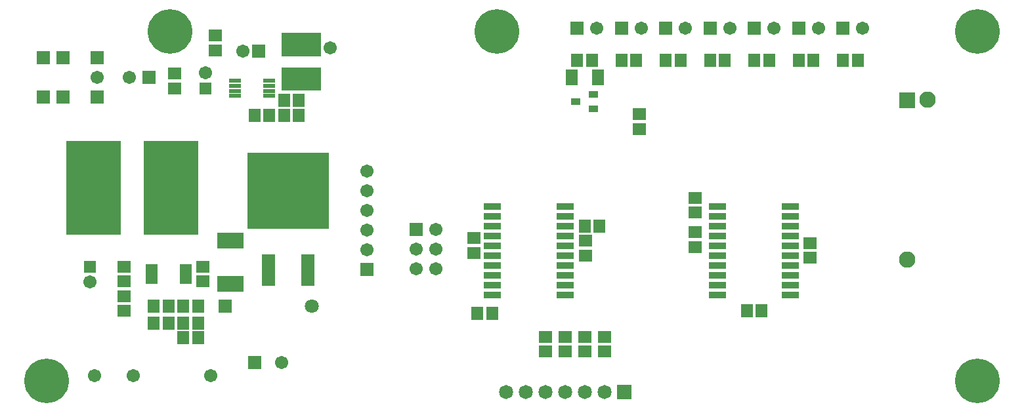
<source format=gbr>
G04 DipTrace 2.4.0.2*
%INTopMask.gbr*%
%MOIN*%
%ADD57R,0.0631X0.0198*%
%ADD59R,0.0631X0.0238*%
%ADD61R,0.0868X0.0317*%
%ADD63R,0.134X0.0789*%
%ADD65R,0.4175X0.3899*%
%ADD67R,0.0671X0.1635*%
%ADD69R,0.0494X0.0336*%
%ADD71C,0.0828*%
%ADD73C,0.0671*%
%ADD75C,0.2268*%
%ADD77C,0.0868*%
%ADD79R,0.0868X0.0474*%
%ADD81C,0.0718*%
%ADD83R,0.0718X0.0718*%
%ADD85C,0.071*%
%ADD87R,0.071X0.071*%
%ADD89R,0.0631X0.0789*%
%ADD91R,0.0612X0.0612*%
%ADD93C,0.0671*%
%ADD95R,0.0671X0.0671*%
%ADD97R,0.0592X0.0671*%
%ADD99R,0.0671X0.0592*%
%ADD101C,0.0828*%
%ADD103R,0.0828X0.0828*%
%FSLAX44Y44*%
G04*
G70*
G90*
G75*
G01*
%LNTopMask*%
%LPD*%
D103*
X67071Y19503D3*
D101*
Y11432D3*
D99*
X50753Y11628D3*
Y12376D3*
X45065Y12503D3*
Y11755D3*
D97*
X58940Y8815D3*
X59688D3*
D99*
X62128Y12253D3*
Y11505D3*
D95*
X34130Y22003D3*
D93*
X33343D3*
D99*
X31943Y22816D3*
Y22068D3*
D91*
X31443Y20128D3*
D93*
Y20916D3*
D99*
X29880Y20128D3*
Y20876D3*
D91*
X25565Y11065D3*
D93*
Y10278D3*
D99*
X31315Y11063D3*
Y10315D3*
D95*
X33940Y6190D3*
D93*
X35318D3*
X25815Y5503D3*
X31721D3*
D97*
X31065Y8190D3*
X30317D3*
D89*
X51378Y20690D3*
X50039D3*
D87*
X32440Y9065D3*
D85*
X36850D3*
D95*
X39630Y10909D3*
D93*
Y11909D3*
Y12909D3*
Y13909D3*
Y14909D3*
Y15909D3*
D95*
X42130Y12940D3*
D93*
X43130D3*
X42130Y11940D3*
X43130D3*
X42130Y10940D3*
X43130D3*
D95*
X23190Y21690D3*
X24190D3*
X25940Y19690D3*
D93*
Y20690D3*
D95*
Y21690D3*
X24190Y19690D3*
X23190D3*
X28567Y20691D3*
D93*
X27567D3*
D95*
X54815Y23190D3*
D93*
X55815D3*
D95*
X57065D3*
D93*
X58065D3*
D95*
X59315D3*
D93*
X60315D3*
D95*
X61565D3*
D93*
X62565D3*
D95*
X63815D3*
D93*
X64815D3*
D95*
X50315D3*
D93*
X51315D3*
D95*
X52565D3*
D93*
X53565D3*
D83*
X52690Y4690D3*
D81*
X51690D3*
X50690D3*
X49690D3*
X48690D3*
X47690D3*
X46690D3*
D79*
X36318Y20253D3*
Y22222D3*
D77*
X29190Y15065D3*
X26237D3*
D75*
X29628Y23003D3*
X46253D3*
X70628D3*
X23378Y5253D3*
X70628D3*
D73*
X27782Y5502D3*
X36318Y20816D3*
X37756Y22191D3*
D77*
X26003Y16065D3*
X29442Y14065D3*
D71*
X68090Y19540D3*
D69*
X51146Y19082D3*
Y19830D3*
X50241Y19456D3*
D67*
X34630Y10877D3*
X36631D3*
D65*
X35630Y14932D3*
D97*
X46002Y8689D3*
X45254D3*
X57065Y21565D3*
X57813D3*
X59315D3*
X60063D3*
X61565D3*
X62313D3*
X63815D3*
X64563D3*
X54815D3*
X55563D3*
D99*
X56315Y13815D3*
Y14563D3*
D97*
X51439Y13127D3*
X50691D3*
D99*
X56315Y12815D3*
Y12067D3*
D97*
X50315Y21565D3*
X51063D3*
D99*
X53478Y18065D3*
Y18813D3*
D97*
X36188Y18753D3*
X35440D3*
Y19503D3*
X36188D3*
X34688Y18753D3*
X33940D3*
D99*
X27315Y11065D3*
Y10317D3*
D97*
X31065Y9065D3*
X30317D3*
D99*
X27315Y9565D3*
Y8817D3*
D97*
X29565Y9065D3*
X28817D3*
X29565Y8190D3*
X28817D3*
D63*
X32693Y12377D3*
Y10173D3*
D97*
X31065Y7440D3*
X30317D3*
X53315Y21565D3*
X52567D3*
D99*
X51690Y6753D3*
Y7501D3*
X50690Y6753D3*
Y7501D3*
X49690Y6753D3*
Y7501D3*
X48690Y6753D3*
Y7501D3*
D61*
X46003Y14126D3*
Y13626D3*
Y13126D3*
Y12626D3*
Y12126D3*
Y11626D3*
Y11126D3*
Y10626D3*
Y10126D3*
Y9626D3*
X49703D3*
Y10126D3*
Y10626D3*
Y11126D3*
Y11626D3*
Y12126D3*
Y12626D3*
Y13126D3*
Y13626D3*
Y14126D3*
X57440Y14128D3*
Y13628D3*
Y13128D3*
Y12628D3*
Y12128D3*
Y11628D3*
Y11128D3*
Y10628D3*
Y10128D3*
Y9628D3*
X61141D3*
Y10128D3*
Y10628D3*
Y11128D3*
Y11628D3*
Y12128D3*
Y12628D3*
Y13128D3*
Y13628D3*
Y14128D3*
D59*
X32944Y20507D3*
Y20251D3*
Y19995D3*
Y19739D3*
X34676D3*
Y19995D3*
Y20251D3*
Y20507D3*
D57*
X28694Y11069D3*
Y10872D3*
Y10675D3*
Y10478D3*
Y10281D3*
X30426D3*
Y10478D3*
Y10675D3*
Y10872D3*
Y11069D3*
G36*
X24379Y17440D2*
X27130D1*
Y12690D1*
X24379D1*
Y17440D1*
G37*
G36*
X28317D2*
X31068D1*
Y12690D1*
X28317D1*
Y17440D1*
G37*
G36*
X35318Y21191D2*
X37318D1*
Y20003D1*
X35318D1*
Y21191D1*
G37*
G36*
Y22941D2*
X37318D1*
Y21753D1*
X35318D1*
Y22941D1*
G37*
M02*

</source>
